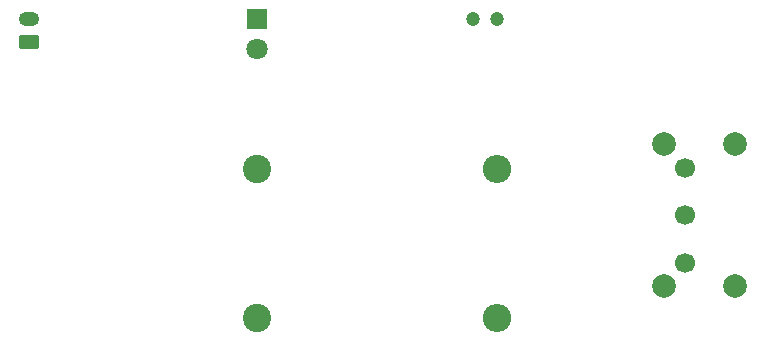
<source format=gbr>
%TF.GenerationSoftware,KiCad,Pcbnew,(6.0.10)*%
%TF.CreationDate,2023-02-16T14:20:32-08:00*%
%TF.ProjectId,lab4e1,6c616234-6531-42e6-9b69-6361645f7063,rev?*%
%TF.SameCoordinates,Original*%
%TF.FileFunction,Soldermask,Top*%
%TF.FilePolarity,Negative*%
%FSLAX46Y46*%
G04 Gerber Fmt 4.6, Leading zero omitted, Abs format (unit mm)*
G04 Created by KiCad (PCBNEW (6.0.10)) date 2023-02-16 14:20:32*
%MOMM*%
%LPD*%
G01*
G04 APERTURE LIST*
G04 Aperture macros list*
%AMRoundRect*
0 Rectangle with rounded corners*
0 $1 Rounding radius*
0 $2 $3 $4 $5 $6 $7 $8 $9 X,Y pos of 4 corners*
0 Add a 4 corners polygon primitive as box body*
4,1,4,$2,$3,$4,$5,$6,$7,$8,$9,$2,$3,0*
0 Add four circle primitives for the rounded corners*
1,1,$1+$1,$2,$3*
1,1,$1+$1,$4,$5*
1,1,$1+$1,$6,$7*
1,1,$1+$1,$8,$9*
0 Add four rect primitives between the rounded corners*
20,1,$1+$1,$2,$3,$4,$5,0*
20,1,$1+$1,$4,$5,$6,$7,0*
20,1,$1+$1,$6,$7,$8,$9,0*
20,1,$1+$1,$8,$9,$2,$3,0*%
G04 Aperture macros list end*
%ADD10RoundRect,0.250000X0.625000X-0.350000X0.625000X0.350000X-0.625000X0.350000X-0.625000X-0.350000X0*%
%ADD11O,1.750000X1.200000*%
%ADD12C,1.200000*%
%ADD13R,1.800000X1.800000*%
%ADD14C,1.800000*%
%ADD15C,2.000000*%
%ADD16C,1.700000*%
%ADD17C,2.400000*%
%ADD18O,2.400000X2.400000*%
G04 APERTURE END LIST*
D10*
%TO.C,J1*%
X115270000Y-88350000D03*
D11*
X115270000Y-86350000D03*
%TD*%
D12*
%TO.C,C1*%
X154940000Y-86360000D03*
X152940000Y-86360000D03*
%TD*%
D13*
%TO.C,D1*%
X134620000Y-86360000D03*
D14*
X134620000Y-88900000D03*
%TD*%
D15*
%TO.C,SW1*%
X169095000Y-109012500D03*
X175095000Y-109012500D03*
X169095000Y-97012500D03*
X175095000Y-97012500D03*
D16*
X170845000Y-107012500D03*
X170845000Y-103012500D03*
X170845000Y-99012500D03*
%TD*%
D17*
%TO.C,R2*%
X134620000Y-111680000D03*
D18*
X154940000Y-111680000D03*
%TD*%
D17*
%TO.C,R1*%
X134620000Y-99060000D03*
D18*
X154940000Y-99060000D03*
%TD*%
M02*

</source>
